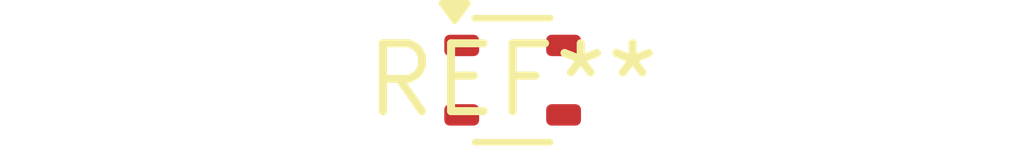
<source format=kicad_pcb>
(kicad_pcb (version 20240108) (generator pcbnew)
  (layers (0 "F.Cu" signal) (31 "B.Cu" signal) (34 "B.Paste" user) (35 "F.Paste" user) (36 "B.SilkS" user "B.Silkscreen") (37 "F.SilkS" user "F.Silkscreen") (38 "B.Mask" user) (39 "F.Mask" user) (44 "Edge.Cuts" user))
  (net 0 "")
  (footprint "SOT-343_SC-70-4" (layer "F.Cu") (at 0 0)
    (property "Reference" "REF**")
    (property "Value" "SOT-343_SC-70-4")
    (fp_line (start -0.71 -1.16) (end 0.7 -1.16) (layer "F.SilkS") (stroke (width 0.12)))
    (fp_line (start -0.7 1.16) (end 0.7 1.16) (layer "F.SilkS") (stroke (width 0.12)))
    (fp_poly (pts (xy -1.08 -1.11) (xy -1.32 -1.44) (xy -0.84 -1.44) (xy -1.08 -1.11)) (layer "F.SilkS") (stroke (width 0.12)) (fill solid))
    (pad "1" smd roundrect (at -0.95 -0.65) (size 0.65 0.4) (layers "F.Cu" "F.Paste" "F.Mask"))
    (pad "2" smd roundrect (at -0.95 0.65) (size 0.65 0.4) (layers "F.Cu" "F.Paste" "F.Mask"))
    (pad "3" smd roundrect (at 0.95 0.65) (size 0.65 0.4) (layers "F.Cu" "F.Paste" "F.Mask"))
    (pad "4" smd roundrect (at 0.95 -0.65) (size 0.65 0.4) (layers "F.Cu" "F.Paste" "F.Mask"))
  )
)
</source>
